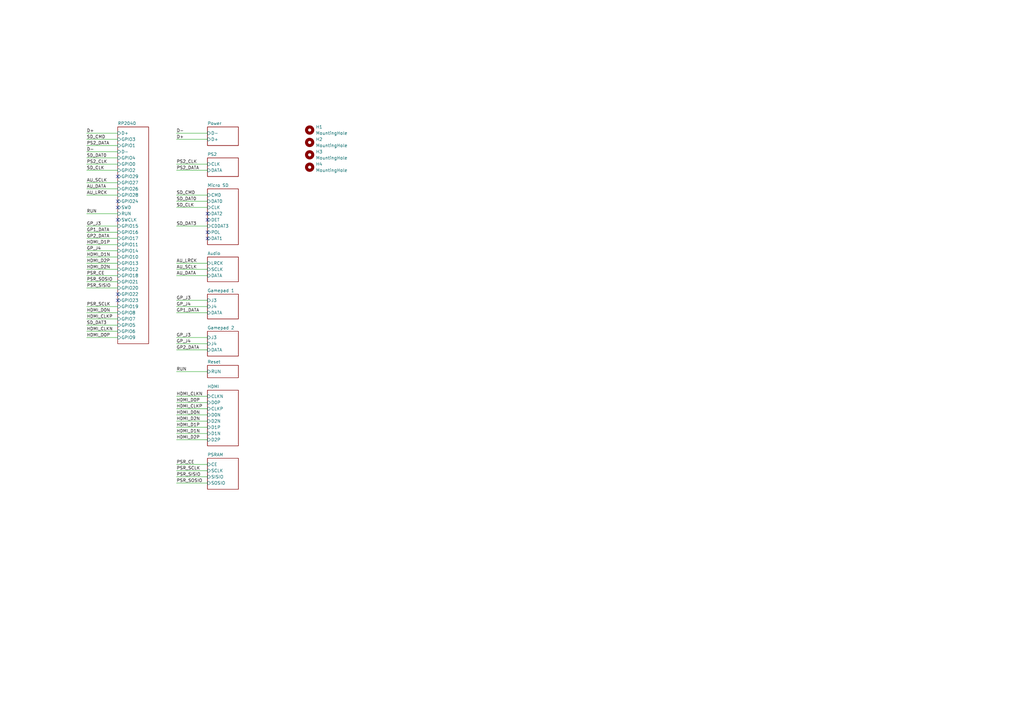
<source format=kicad_sch>
(kicad_sch (version 20231120) (generator "eeschema") (generator_version "8.0")
  (paper "A3")
  (title_block (title "CORE") (date "2024-12-17") (rev "1.0") (company "Mikhail Matveev") (comment 1 "https://github.com/xtremespb/core"))
  (lib_symbols
    (symbol "Mechanical:MountingHole" (pin_names (offset 1.016)) (exclude_from_sim yes) (in_bom no)
      (property "Reference" "H" (at 0 5.08 0))
      (property "Value" "MountingHole" (at 0 3.175 0))
      (symbol "MountingHole_0_1"
        (circle (center 0 0) (radius 1.27) (stroke (width 1.27)))
      )
    )
  )
  (no_connect (at 85.09 97.79))
  (no_connect (at 48.26 82.55))
  (no_connect (at 48.26 120.65))
  (no_connect (at 85.09 95.25))
  (no_connect (at 48.26 90.17))
  (no_connect (at 48.26 123.19))
  (no_connect (at 85.09 90.17))
  (no_connect (at 85.09 87.63))
  (no_connect (at 48.26 85.09))
  (no_connect (at 48.26 72.39))
  (wire (pts (xy 35.56 135.89) (xy 48.26 135.89)))
  (wire (pts (xy 35.56 97.79) (xy 48.26 97.79)))
  (wire (pts (xy 72.39 69.85) (xy 85.09 69.85)))
  (wire (pts (xy 35.56 80.01) (xy 48.26 80.01)))
  (wire (pts (xy 35.56 130.81) (xy 48.26 130.81)))
  (wire (pts (xy 72.39 82.55) (xy 85.09 82.55)))
  (wire (pts (xy 35.56 102.87) (xy 48.26 102.87)))
  (wire (pts (xy 35.56 125.73) (xy 48.26 125.73)))
  (wire (pts (xy 72.39 175.26) (xy 85.09 175.26)))
  (wire (pts (xy 35.56 138.43) (xy 48.26 138.43)))
  (wire (pts (xy 35.56 95.25) (xy 48.26 95.25)))
  (wire (pts (xy 35.56 113.03) (xy 48.26 113.03)))
  (wire (pts (xy 35.56 118.11) (xy 48.26 118.11)))
  (wire (pts (xy 35.56 110.49) (xy 48.26 110.49)))
  (wire (pts (xy 72.39 128.27) (xy 85.09 128.27)))
  (wire (pts (xy 72.39 113.03) (xy 85.09 113.03)))
  (wire (pts (xy 35.56 133.35) (xy 48.26 133.35)))
  (wire (pts (xy 35.56 64.77) (xy 48.26 64.77)))
  (wire (pts (xy 35.56 69.85) (xy 48.26 69.85)))
  (wire (pts (xy 72.39 193.04) (xy 85.09 193.04)))
  (wire (pts (xy 35.56 77.47) (xy 48.26 77.47)))
  (wire (pts (xy 72.39 57.15) (xy 85.09 57.15)))
  (wire (pts (xy 72.39 170.18) (xy 85.09 170.18)))
  (wire (pts (xy 72.39 54.61) (xy 85.09 54.61)))
  (wire (pts (xy 72.39 138.43) (xy 85.09 138.43)))
  (wire (pts (xy 72.39 165.1) (xy 85.09 165.1)))
  (wire (pts (xy 72.39 162.56) (xy 85.09 162.56)))
  (wire (pts (xy 35.56 128.27) (xy 48.26 128.27)))
  (wire (pts (xy 72.39 92.71) (xy 85.09 92.71)))
  (wire (pts (xy 35.56 92.71) (xy 48.26 92.71)))
  (wire (pts (xy 35.56 57.15) (xy 48.26 57.15)))
  (wire (pts (xy 35.56 74.93) (xy 48.26 74.93)))
  (wire (pts (xy 35.56 54.61) (xy 48.26 54.61)))
  (wire (pts (xy 35.56 100.33) (xy 48.26 100.33)))
  (wire (pts (xy 72.39 143.51) (xy 85.09 143.51)))
  (wire (pts (xy 35.56 115.57) (xy 48.26 115.57)))
  (wire (pts (xy 72.39 177.8) (xy 85.09 177.8)))
  (wire (pts (xy 72.39 107.95) (xy 85.09 107.95)))
  (wire (pts (xy 35.56 105.41) (xy 48.26 105.41)))
  (wire (pts (xy 72.39 195.58) (xy 85.09 195.58)))
  (wire (pts (xy 35.56 62.23) (xy 48.26 62.23)))
  (wire (pts (xy 72.39 67.31) (xy 85.09 67.31)))
  (wire (pts (xy 72.39 190.5) (xy 85.09 190.5)))
  (wire (pts (xy 72.39 167.64) (xy 85.09 167.64)))
  (wire (pts (xy 72.39 123.19) (xy 85.09 123.19)))
  (wire (pts (xy 35.56 107.95) (xy 48.26 107.95)))
  (wire (pts (xy 72.39 125.73) (xy 85.09 125.73)))
  (wire (pts (xy 72.39 152.4) (xy 85.09 152.4)))
  (wire (pts (xy 72.39 110.49) (xy 85.09 110.49)))
  (wire (pts (xy 35.56 67.31) (xy 48.26 67.31)))
  (wire (pts (xy 35.56 87.63) (xy 48.26 87.63)))
  (wire (pts (xy 72.39 140.97) (xy 85.09 140.97)))
  (wire (pts (xy 35.56 59.69) (xy 48.26 59.69)))
  (wire (pts (xy 72.39 198.12) (xy 85.09 198.12)))
  (wire (pts (xy 72.39 172.72) (xy 85.09 172.72)))
  (wire (pts (xy 72.39 85.09) (xy 85.09 85.09)))
  (wire (pts (xy 72.39 180.34) (xy 85.09 180.34)))
  (wire (pts (xy 72.39 80.01) (xy 85.09 80.01)))
  (label "SD_CLK" (at 35.56 69.85 0))
  (label "AU_DATA" (at 72.39 113.03 0))
  (label "HDMI_D0N" (at 35.56 128.27 0))
  (label "D+" (at 72.39 57.15 0))
  (label "PS2_CLK" (at 35.56 67.31 0))
  (label "HDMI_CLKP" (at 72.39 167.64 0))
  (label "GP_J4" (at 72.39 140.97 0))
  (label "GP_J3" (at 72.39 138.43 0))
  (label "PSR_SCLK" (at 72.39 193.04 0))
  (label "SD_CMD" (at 72.39 80.01 0))
  (label "GP1_DATA" (at 72.39 128.27 0))
  (label "GP_J4" (at 35.56 102.87 0))
  (label "PSR_SISIO" (at 72.39 195.58 0))
  (label "AU_DATA" (at 35.56 77.47 0))
  (label "D+" (at 35.56 54.61 0))
  (label "GP_J4" (at 72.39 125.73 0))
  (label "PS2_DATA" (at 72.39 69.85 0))
  (label "PSR_CE" (at 72.39 190.5 0))
  (label "HDMI_D1N" (at 35.56 105.41 0))
  (label "SD_DAT3" (at 72.39 92.71 0))
  (label "HDMI_D2N" (at 72.39 172.72 0))
  (label "AU_SCLK" (at 35.56 74.93 0))
  (label "HDMI_CLKN" (at 35.56 135.89 0))
  (label "AU_SCLK" (at 72.39 110.49 0))
  (label "SD_DAT0" (at 35.56 64.77 0))
  (label "HDMI_D0P" (at 35.56 138.43 0))
  (label "HDMI_D2N" (at 35.56 110.49 0))
  (label "PSR_SCLK" (at 35.56 125.73 0))
  (label "AU_LRCK" (at 35.56 80.01 0))
  (label "PS2_CLK" (at 72.39 67.31 0))
  (label "SD_DAT3" (at 35.56 133.35 0))
  (label "HDMI_CLKP" (at 35.56 130.81 0))
  (label "PSR_SOSIO" (at 35.56 115.57 0))
  (label "PSR_CE" (at 35.56 113.03 0))
  (label "HDMI_D2P" (at 72.39 180.34 0))
  (label "RUN" (at 35.56 87.63 0))
  (label "SD_CLK" (at 72.39 85.09 0))
  (label "HDMI_CLKN" (at 72.39 162.56 0))
  (label "GP1_DATA" (at 35.56 95.25 0))
  (label "HDMI_D1P" (at 35.56 100.33 0))
  (label "GP2_DATA" (at 72.39 143.51 0))
  (label "GP_J3" (at 35.56 92.71 0))
  (label "PS2_DATA" (at 35.56 59.69 0))
  (label "HDMI_D0N" (at 72.39 170.18 0))
  (label "HDMI_D1P" (at 72.39 175.26 0))
  (label "AU_LRCK" (at 72.39 107.95 0))
  (label "RUN" (at 72.39 152.4 0))
  (label "SD_CMD" (at 35.56 57.15 0))
  (label "PSR_SOSIO" (at 72.39 198.12 0))
  (label "HDMI_D2P" (at 35.56 107.95 0))
  (label "PSR_SISIO" (at 35.56 118.11 0))
  (label "SD_DAT0" (at 72.39 82.55 0))
  (label "GP_J3" (at 72.39 123.19 0))
  (label "D-" (at 72.39 54.61 0))
  (label "HDMI_D0P" (at 72.39 165.1 0))
  (label "GP2_DATA" (at 35.56 97.79 0))
  (label "HDMI_D1N" (at 72.39 177.8 0))
  (label "D-" (at 35.56 62.23 0))
  (symbol (lib_id "Mechanical:MountingHole") (at 127 63.5 0) (unit 1) (exclude_from_sim yes) (in_bom no)
    (property "Reference" "H3" (at 129.54 62.2299 0) (effects (justify left)))
    (property "Value" "MountingHole" (at 129.54 64.7699 0) (effects (justify left)))
    (property "Footprint" "MountingHole:MountingHole_2.7mm" (effects (hide yes)))
    (property "Description" "Mounting Hole without connection" (effects (hide yes)))
  )
  (symbol (lib_id "Mechanical:MountingHole") (at 127 58.42 0) (unit 1) (exclude_from_sim yes) (in_bom no)
    (property "Reference" "H2" (at 129.54 57.1499 0) (effects (justify left)))
    (property "Value" "MountingHole" (at 129.54 59.6899 0) (effects (justify left)))
    (property "Footprint" "MountingHole:MountingHole_2.7mm" (effects (hide yes)))
    (property "Description" "Mounting Hole without connection" (effects (hide yes)))
  )
  (symbol (lib_id "Mechanical:MountingHole") (at 127 68.58 0) (unit 1) (exclude_from_sim yes) (in_bom no)
    (property "Reference" "H4" (at 129.54 67.3099 0) (effects (justify left)))
    (property "Value" "MountingHole" (at 129.54 69.8499 0) (effects (justify left)))
    (property "Footprint" "MountingHole:MountingHole_2.7mm" (effects (hide yes)))
    (property "Description" "Mounting Hole without connection" (effects (hide yes)))
  )
  (symbol (lib_id "Mechanical:MountingHole") (at 127 53.34 0) (unit 1) (exclude_from_sim yes) (in_bom no)
    (property "Reference" "H1" (at 129.54 52.0699 0) (effects (justify left)))
    (property "Value" "MountingHole" (at 129.54 54.6099 0) (effects (justify left)))
    (property "Footprint" "MountingHole:MountingHole_2.7mm" (effects (hide yes)))
    (property "Description" "Mounting Hole without connection" (effects (hide yes)))
  )
  (sheet (at 85.09 77.47) (size 12.7 22.86) (stroke (width 0.1524))
    (property "Sheetname" "Micro SD" (at 85.09 76.7584 0) (effects (justify left bottom)))
    (property "Sheetfile" "sd.kicad_sch" (effects (hide yes)))
    (pin "CMD" input (at 85.09 80.01 180))
    (pin "DAT0" input (at 85.09 82.55 180))
    (pin "CLK" input (at 85.09 85.09 180))
    (pin "DAT2" input (at 85.09 87.63 180))
    (pin "DET" input (at 85.09 90.17 180))
    (pin "CDDAT3" input (at 85.09 92.71 180))
    (pin "POL" input (at 85.09 95.25 180))
    (pin "DAT1" input (at 85.09 97.79 180))
  )
  (sheet (at 85.09 149.86) (size 12.7 5.08) (stroke (width 0.1524))
    (property "Sheetname" "Reset" (at 85.09 149.1484 0) (effects (justify left bottom)))
    (property "Sheetfile" "reset.kicad_sch" (effects (hide yes)))
    (pin "RUN" input (at 85.09 152.4 180))
  )
  (sheet (at 85.09 52.07) (size 12.7 7.62) (stroke (width 0.1524))
    (property "Sheetname" "Power" (at 85.09 51.3584 0) (effects (justify left bottom)))
    (property "Sheetfile" "power.kicad_sch" (effects (hide yes)))
    (pin "D-" input (at 85.09 54.61 180))
    (pin "D+" input (at 85.09 57.15 180))
  )
  (sheet (at 85.09 120.65) (size 12.7 10.16) (stroke (width 0.1524))
    (property "Sheetname" "Gamepad 1" (at 85.09 119.9384 0) (effects (justify left bottom)))
    (property "Sheetfile" "gamepad.kicad_sch" (effects (hide yes)))
    (pin "J3" input (at 85.09 123.19 180))
    (pin "J4" input (at 85.09 125.73 180))
    (pin "DATA" input (at 85.09 128.27 180))
  )
  (sheet (at 85.09 64.77) (size 12.7 7.62) (stroke (width 0.1524))
    (property "Sheetname" "PS2" (at 85.09 64.0584 0) (effects (justify left bottom)))
    (property "Sheetfile" "ps2.kicad_sch" (effects (hide yes)))
    (pin "CLK" input (at 85.09 67.31 180))
    (pin "DATA" input (at 85.09 69.85 180))
  )
  (sheet (at 48.26 52.07) (size 12.7 88.9) (stroke (width 0.1524))
    (property "Sheetname" "RP2040" (at 48.26 51.3584 0) (effects (justify left bottom)))
    (property "Sheetfile" "rp2040.kicad_sch" (effects (hide yes)))
    (pin "D+" input (at 48.26 54.61 180))
    (pin "GPIO3" input (at 48.26 57.15 180))
    (pin "GPIO1" input (at 48.26 59.69 180))
    (pin "D-" input (at 48.26 62.23 180))
    (pin "GPIO4" input (at 48.26 64.77 180))
    (pin "GPIO0" input (at 48.26 67.31 180))
    (pin "GPIO2" input (at 48.26 69.85 180))
    (pin "GPIO29" input (at 48.26 72.39 180))
    (pin "GPIO27" input (at 48.26 74.93 180))
    (pin "GPIO26" input (at 48.26 77.47 180))
    (pin "GPIO28" input (at 48.26 80.01 180))
    (pin "GPIO24" input (at 48.26 82.55 180))
    (pin "SWD" input (at 48.26 85.09 180))
    (pin "RUN" input (at 48.26 87.63 180))
    (pin "SWCLK" input (at 48.26 90.17 180))
    (pin "GPIO15" input (at 48.26 92.71 180))
    (pin "GPIO16" input (at 48.26 95.25 180))
    (pin "GPIO17" input (at 48.26 97.79 180))
    (pin "GPIO11" input (at 48.26 100.33 180))
    (pin "GPIO14" input (at 48.26 102.87 180))
    (pin "GPIO10" input (at 48.26 105.41 180))
    (pin "GPIO13" input (at 48.26 107.95 180))
    (pin "GPIO12" input (at 48.26 110.49 180))
    (pin "GPIO18" input (at 48.26 113.03 180))
    (pin "GPIO21" input (at 48.26 115.57 180))
    (pin "GPIO20" input (at 48.26 118.11 180))
    (pin "GPIO22" input (at 48.26 120.65 180))
    (pin "GPIO23" input (at 48.26 123.19 180))
    (pin "GPIO19" input (at 48.26 125.73 180))
    (pin "GPIO8" input (at 48.26 128.27 180))
    (pin "GPIO7" input (at 48.26 130.81 180))
    (pin "GPIO5" input (at 48.26 133.35 180))
    (pin "GPIO6" input (at 48.26 135.89 180))
    (pin "GPIO9" input (at 48.26 138.43 180))
  )
  (sheet (at 85.09 187.96) (size 12.7 12.7) (stroke (width 0.1524))
    (property "Sheetname" "PSRAM" (at 85.09 187.2484 0) (effects (justify left bottom)))
    (property "Sheetfile" "psram.kicad_sch" (effects (hide yes)))
    (pin "CE" input (at 85.09 190.5 180))
    (pin "SCLK" input (at 85.09 193.04 180))
    (pin "SISIO" input (at 85.09 195.58 180))
    (pin "SOSIO" input (at 85.09 198.12 180))
  )
  (sheet (at 85.09 160.02) (size 12.7 22.86) (stroke (width 0.1524))
    (property "Sheetname" "HDMI" (at 85.09 159.3084 0) (effects (justify left bottom)))
    (property "Sheetfile" "hdmi.kicad_sch" (effects (hide yes)))
    (pin "CLKN" input (at 85.09 162.56 180))
    (pin "D0P" input (at 85.09 165.1 180))
    (pin "CLKP" input (at 85.09 167.64 180))
    (pin "D0N" input (at 85.09 170.18 180))
    (pin "D2N" input (at 85.09 172.72 180))
    (pin "D1P" input (at 85.09 175.26 180))
    (pin "D1N" input (at 85.09 177.8 180))
    (pin "D2P" input (at 85.09 180.34 180))
  )
  (sheet (at 85.09 135.89) (size 12.7 10.16) (stroke (width 0.1524))
    (property "Sheetname" "Gamepad 2" (at 85.09 135.1784 0) (effects (justify left bottom)))
    (property "Sheetfile" "gamepad.kicad_sch" (effects (hide yes)))
    (pin "J3" input (at 85.09 138.43 180))
    (pin "J4" input (at 85.09 140.97 180))
    (pin "DATA" input (at 85.09 143.51 180))
  )
  (sheet (at 85.09 105.41) (size 12.7 10.16) (stroke (width 0.1524))
    (property "Sheetname" "Audio" (at 85.09 104.6984 0) (effects (justify left bottom)))
    (property "Sheetfile" "audio.kicad_sch" (effects (hide yes)))
    (pin "LRCK" input (at 85.09 107.95 180))
    (pin "SCLK" input (at 85.09 110.49 180))
    (pin "DATA" input (at 85.09 113.03 180))
  )
)
</source>
